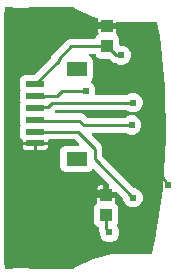
<source format=gbr>
G04 EAGLE Gerber X2 export*
%TF.Part,Single*%
%TF.FileFunction,Copper,L2,Bot,Mixed*%
%TF.FilePolarity,Positive*%
%TF.GenerationSoftware,Autodesk,EAGLE,9.0.0*%
%TF.CreationDate,2018-07-15T17:58:39Z*%
G75*
%MOMM*%
%FSLAX34Y34*%
%LPD*%
%AMOC8*
5,1,8,0,0,1.08239X$1,22.5*%
G01*
%ADD10R,1.000000X1.100000*%
%ADD11R,1.550000X0.600000*%
%ADD12R,1.800000X1.200000*%
%ADD13C,0.606400*%
%ADD14C,0.254000*%

G36*
X625611Y178742D02*
X625611Y178742D01*
X625696Y178742D01*
X625830Y178769D01*
X625841Y178771D01*
X625845Y178772D01*
X625854Y178774D01*
X631029Y180161D01*
X638971Y180161D01*
X644146Y178774D01*
X644231Y178762D01*
X644314Y178741D01*
X644450Y178732D01*
X644461Y178731D01*
X644466Y178731D01*
X644475Y178731D01*
X678636Y178731D01*
X678664Y178734D01*
X678691Y178732D01*
X678821Y178754D01*
X678951Y178771D01*
X678977Y178781D01*
X679005Y178786D01*
X679125Y178839D01*
X679247Y178888D01*
X679270Y178904D01*
X679295Y178915D01*
X679427Y179008D01*
X681756Y180865D01*
X696259Y187849D01*
X711952Y191431D01*
X744820Y191431D01*
X744958Y191448D01*
X745097Y191461D01*
X745115Y191468D01*
X745135Y191471D01*
X745265Y191522D01*
X745396Y191569D01*
X745412Y191580D01*
X745431Y191588D01*
X745544Y191670D01*
X745659Y191748D01*
X745672Y191763D01*
X745688Y191774D01*
X745777Y191882D01*
X745869Y191986D01*
X745878Y192004D01*
X745891Y192019D01*
X745950Y192145D01*
X746014Y192270D01*
X746022Y192296D01*
X746027Y192307D01*
X746030Y192327D01*
X746059Y192424D01*
X748605Y203862D01*
X748607Y203883D01*
X748621Y203944D01*
X755237Y246675D01*
X755238Y246697D01*
X755250Y246785D01*
X758117Y289931D01*
X758115Y289952D01*
X758119Y290041D01*
X757215Y333272D01*
X757212Y333294D01*
X757208Y333383D01*
X752540Y376370D01*
X752535Y376391D01*
X752528Y376453D01*
X750587Y387519D01*
X750584Y387528D01*
X750584Y387537D01*
X750537Y387680D01*
X750493Y387823D01*
X750488Y387831D01*
X750486Y387839D01*
X750405Y387966D01*
X750327Y388094D01*
X750320Y388101D01*
X750315Y388108D01*
X750206Y388211D01*
X750098Y388315D01*
X750090Y388320D01*
X750084Y388326D01*
X749953Y388398D01*
X749822Y388473D01*
X749813Y388475D01*
X749805Y388480D01*
X749661Y388517D01*
X749515Y388557D01*
X749506Y388557D01*
X749497Y388559D01*
X749337Y388569D01*
X717110Y388569D01*
X716992Y388554D01*
X716873Y388547D01*
X716835Y388534D01*
X716794Y388529D01*
X716684Y388486D01*
X716571Y388449D01*
X716536Y388427D01*
X716499Y388412D01*
X716403Y388343D01*
X716302Y388279D01*
X716274Y388249D01*
X716241Y388226D01*
X716165Y388134D01*
X716084Y388047D01*
X716064Y388012D01*
X716039Y387981D01*
X715988Y387873D01*
X715930Y387769D01*
X715920Y387729D01*
X715903Y387693D01*
X715881Y387576D01*
X715851Y387461D01*
X715847Y387401D01*
X715843Y387381D01*
X715845Y387360D01*
X715841Y387300D01*
X715841Y387199D01*
X709530Y387199D01*
X709412Y387184D01*
X709293Y387177D01*
X709255Y387164D01*
X709215Y387159D01*
X709104Y387116D01*
X708991Y387079D01*
X708957Y387057D01*
X708919Y387042D01*
X708823Y386973D01*
X708722Y386909D01*
X708694Y386879D01*
X708662Y386856D01*
X708586Y386764D01*
X708504Y386677D01*
X708485Y386642D01*
X708459Y386611D01*
X708408Y386503D01*
X708351Y386399D01*
X708341Y386359D01*
X708323Y386323D01*
X708303Y386216D01*
X708299Y386246D01*
X708255Y386356D01*
X708219Y386469D01*
X708197Y386504D01*
X708182Y386541D01*
X708112Y386637D01*
X708049Y386738D01*
X708019Y386766D01*
X707995Y386799D01*
X707904Y386875D01*
X707817Y386956D01*
X707782Y386976D01*
X707750Y387001D01*
X707643Y387052D01*
X707538Y387110D01*
X707499Y387120D01*
X707463Y387137D01*
X707346Y387159D01*
X707230Y387189D01*
X707170Y387193D01*
X707150Y387197D01*
X707130Y387195D01*
X707070Y387199D01*
X700759Y387199D01*
X700759Y390112D01*
X700742Y390246D01*
X700730Y390382D01*
X700722Y390404D01*
X700719Y390427D01*
X700670Y390553D01*
X700624Y390682D01*
X700611Y390701D01*
X700602Y390723D01*
X700523Y390833D01*
X700447Y390946D01*
X700429Y390961D01*
X700416Y390980D01*
X700311Y391067D01*
X700209Y391157D01*
X700189Y391168D01*
X700171Y391183D01*
X700048Y391241D01*
X699927Y391303D01*
X699895Y391313D01*
X699883Y391319D01*
X699862Y391323D01*
X699772Y391349D01*
X696259Y392151D01*
X681756Y399135D01*
X679427Y400992D01*
X679403Y401007D01*
X679383Y401026D01*
X679268Y401089D01*
X679156Y401158D01*
X679129Y401166D01*
X679105Y401180D01*
X678977Y401212D01*
X678852Y401251D01*
X678824Y401252D01*
X678797Y401259D01*
X678636Y401269D01*
X644475Y401269D01*
X644389Y401259D01*
X644304Y401258D01*
X644170Y401231D01*
X644159Y401229D01*
X644155Y401228D01*
X644146Y401226D01*
X638971Y399839D01*
X631029Y399839D01*
X625854Y401226D01*
X625769Y401238D01*
X625686Y401259D01*
X625550Y401268D01*
X625539Y401269D01*
X625534Y401269D01*
X625525Y401269D01*
X622700Y401269D01*
X622582Y401254D01*
X622463Y401247D01*
X622425Y401234D01*
X622384Y401229D01*
X622274Y401186D01*
X622161Y401149D01*
X622126Y401127D01*
X622089Y401112D01*
X621993Y401043D01*
X621892Y400979D01*
X621864Y400949D01*
X621831Y400926D01*
X621755Y400834D01*
X621674Y400747D01*
X621654Y400712D01*
X621629Y400681D01*
X621578Y400573D01*
X621520Y400469D01*
X621510Y400429D01*
X621493Y400393D01*
X621471Y400276D01*
X621441Y400161D01*
X621437Y400101D01*
X621433Y400081D01*
X621435Y400060D01*
X621431Y400000D01*
X621431Y397726D01*
X621019Y396733D01*
X621017Y396724D01*
X621012Y396716D01*
X620975Y396571D01*
X620935Y396426D01*
X620935Y396417D01*
X620933Y396408D01*
X620923Y396247D01*
X620923Y183753D01*
X620924Y183743D01*
X620923Y183734D01*
X620944Y183585D01*
X620944Y183581D01*
X620945Y183571D01*
X620946Y183568D01*
X620963Y183437D01*
X620966Y183428D01*
X620967Y183419D01*
X621019Y183267D01*
X621431Y182274D01*
X621431Y180000D01*
X621446Y179882D01*
X621453Y179763D01*
X621466Y179725D01*
X621471Y179684D01*
X621514Y179574D01*
X621551Y179461D01*
X621573Y179426D01*
X621588Y179389D01*
X621657Y179293D01*
X621721Y179192D01*
X621751Y179164D01*
X621774Y179131D01*
X621866Y179056D01*
X621953Y178974D01*
X621988Y178954D01*
X622019Y178929D01*
X622127Y178878D01*
X622231Y178820D01*
X622271Y178810D01*
X622307Y178793D01*
X622424Y178771D01*
X622539Y178741D01*
X622599Y178737D01*
X622619Y178733D01*
X622640Y178735D01*
X622700Y178731D01*
X625525Y178731D01*
X625611Y178742D01*
G37*
%LPC*%
G36*
X728386Y231299D02*
X728386Y231299D01*
X725405Y232534D01*
X723122Y234816D01*
X721887Y237798D01*
X721887Y238017D01*
X721875Y238115D01*
X721872Y238214D01*
X721855Y238273D01*
X721847Y238333D01*
X721811Y238425D01*
X721783Y238520D01*
X721753Y238572D01*
X721730Y238628D01*
X721672Y238708D01*
X721622Y238794D01*
X721556Y238869D01*
X721544Y238886D01*
X721534Y238894D01*
X721516Y238915D01*
X716403Y244028D01*
X716324Y244088D01*
X716252Y244156D01*
X716199Y244185D01*
X716151Y244222D01*
X716060Y244262D01*
X715974Y244310D01*
X715915Y244325D01*
X715860Y244349D01*
X715762Y244364D01*
X715666Y244389D01*
X715566Y244395D01*
X715545Y244399D01*
X715533Y244397D01*
X715505Y244399D01*
X709799Y244399D01*
X709799Y250105D01*
X709787Y250203D01*
X709784Y250302D01*
X709767Y250361D01*
X709759Y250421D01*
X709723Y250513D01*
X709695Y250608D01*
X709665Y250660D01*
X709642Y250716D01*
X709584Y250796D01*
X709534Y250882D01*
X709468Y250957D01*
X709456Y250974D01*
X709446Y250982D01*
X709428Y251003D01*
X697130Y263300D01*
X697036Y263373D01*
X696947Y263452D01*
X696911Y263470D01*
X696879Y263495D01*
X696769Y263542D01*
X696664Y263596D01*
X696624Y263605D01*
X696587Y263621D01*
X696469Y263640D01*
X696353Y263666D01*
X696313Y263665D01*
X696273Y263671D01*
X696154Y263660D01*
X696035Y263656D01*
X695997Y263645D01*
X695956Y263641D01*
X695844Y263601D01*
X695730Y263568D01*
X695695Y263547D01*
X695657Y263534D01*
X695558Y263467D01*
X695456Y263406D01*
X695411Y263367D01*
X695394Y263355D01*
X695380Y263340D01*
X695335Y263300D01*
X694128Y262093D01*
X692261Y261319D01*
X672239Y261319D01*
X670372Y262093D01*
X668943Y263522D01*
X668169Y265389D01*
X668169Y279411D01*
X668943Y281278D01*
X670372Y282707D01*
X672239Y283481D01*
X683104Y283481D01*
X683241Y283498D01*
X683380Y283511D01*
X683399Y283518D01*
X683420Y283521D01*
X683548Y283572D01*
X683680Y283619D01*
X683696Y283630D01*
X683715Y283638D01*
X683828Y283719D01*
X683943Y283797D01*
X683956Y283813D01*
X683973Y283824D01*
X684061Y283932D01*
X684153Y284036D01*
X684162Y284054D01*
X684175Y284069D01*
X684235Y284195D01*
X684298Y284319D01*
X684302Y284339D01*
X684311Y284357D01*
X684337Y284493D01*
X684367Y284629D01*
X684367Y284650D01*
X684371Y284669D01*
X684362Y284808D01*
X684358Y284947D01*
X684352Y284967D01*
X684351Y284987D01*
X684308Y285119D01*
X684269Y285253D01*
X684259Y285270D01*
X684253Y285289D01*
X684179Y285407D01*
X684108Y285527D01*
X684089Y285548D01*
X684083Y285558D01*
X684068Y285572D01*
X684001Y285647D01*
X680971Y288678D01*
X680893Y288738D01*
X680821Y288806D01*
X680768Y288835D01*
X680720Y288872D01*
X680629Y288912D01*
X680543Y288960D01*
X680484Y288975D01*
X680428Y288999D01*
X680330Y289014D01*
X680235Y289039D01*
X680135Y289045D01*
X680114Y289049D01*
X680102Y289047D01*
X680074Y289049D01*
X659410Y289049D01*
X659312Y289037D01*
X659213Y289034D01*
X659155Y289017D01*
X659095Y289009D01*
X659003Y288973D01*
X658908Y288945D01*
X658855Y288915D01*
X658799Y288892D01*
X658719Y288834D01*
X658634Y288784D01*
X658558Y288718D01*
X658542Y288706D01*
X658534Y288696D01*
X658513Y288678D01*
X657962Y288127D01*
X657902Y288049D01*
X657834Y287977D01*
X657805Y287924D01*
X657768Y287876D01*
X657728Y287785D01*
X657680Y287698D01*
X657665Y287640D01*
X657641Y287584D01*
X657626Y287486D01*
X657601Y287390D01*
X657595Y287290D01*
X657591Y287270D01*
X657593Y287258D01*
X657591Y287230D01*
X657591Y286899D01*
X647530Y286899D01*
X647412Y286884D01*
X647293Y286877D01*
X647286Y286875D01*
X647230Y286889D01*
X647170Y286893D01*
X647150Y286897D01*
X647130Y286895D01*
X647070Y286899D01*
X637009Y286899D01*
X637009Y287230D01*
X636997Y287328D01*
X636994Y287427D01*
X636977Y287485D01*
X636969Y287545D01*
X636933Y287637D01*
X636905Y287732D01*
X636875Y287785D01*
X636852Y287841D01*
X636794Y287921D01*
X636744Y288006D01*
X636678Y288082D01*
X636666Y288098D01*
X636656Y288106D01*
X636638Y288127D01*
X635243Y289522D01*
X634469Y291389D01*
X634469Y299411D01*
X634678Y299914D01*
X634704Y300010D01*
X634739Y300102D01*
X634746Y300163D01*
X634762Y300221D01*
X634763Y300320D01*
X634774Y300419D01*
X634766Y300478D01*
X634767Y300539D01*
X634744Y300635D01*
X634730Y300733D01*
X634698Y300828D01*
X634693Y300848D01*
X634687Y300859D01*
X634678Y300886D01*
X634469Y301389D01*
X634469Y309411D01*
X634678Y309914D01*
X634704Y310010D01*
X634739Y310102D01*
X634746Y310163D01*
X634762Y310221D01*
X634763Y310320D01*
X634774Y310419D01*
X634766Y310478D01*
X634767Y310539D01*
X634744Y310635D01*
X634730Y310733D01*
X634698Y310828D01*
X634693Y310848D01*
X634687Y310859D01*
X634678Y310886D01*
X634469Y311389D01*
X634469Y319411D01*
X634678Y319914D01*
X634704Y320010D01*
X634739Y320102D01*
X634746Y320163D01*
X634762Y320221D01*
X634763Y320320D01*
X634774Y320419D01*
X634766Y320478D01*
X634767Y320539D01*
X634744Y320635D01*
X634730Y320733D01*
X634698Y320828D01*
X634693Y320848D01*
X634687Y320859D01*
X634678Y320886D01*
X634469Y321389D01*
X634469Y329411D01*
X634678Y329914D01*
X634704Y330010D01*
X634739Y330102D01*
X634746Y330163D01*
X634762Y330221D01*
X634763Y330320D01*
X634774Y330419D01*
X634766Y330478D01*
X634767Y330539D01*
X634744Y330635D01*
X634730Y330733D01*
X634698Y330828D01*
X634693Y330848D01*
X634687Y330859D01*
X634678Y330886D01*
X634469Y331389D01*
X634469Y339411D01*
X635243Y341278D01*
X636672Y342707D01*
X638539Y343481D01*
X645874Y343481D01*
X645972Y343493D01*
X646071Y343496D01*
X646129Y343513D01*
X646189Y343521D01*
X646281Y343557D01*
X646376Y343585D01*
X646429Y343615D01*
X646485Y343638D01*
X646565Y343696D01*
X646650Y343746D01*
X646726Y343812D01*
X646742Y343824D01*
X646750Y343834D01*
X646771Y343852D01*
X660178Y357259D01*
X660238Y357337D01*
X660306Y357409D01*
X660335Y357462D01*
X660372Y357510D01*
X660412Y357601D01*
X660460Y357688D01*
X660475Y357746D01*
X660499Y357802D01*
X660514Y357900D01*
X660539Y357996D01*
X660545Y358096D01*
X660549Y358116D01*
X660547Y358128D01*
X660549Y358156D01*
X660549Y358294D01*
X661516Y360628D01*
X673972Y373084D01*
X676306Y374051D01*
X697305Y374051D01*
X697334Y374054D01*
X697364Y374052D01*
X697492Y374074D01*
X697620Y374091D01*
X697648Y374101D01*
X697677Y374106D01*
X697796Y374160D01*
X697916Y374208D01*
X697940Y374225D01*
X697967Y374237D01*
X698068Y374318D01*
X698174Y374394D01*
X698192Y374417D01*
X698215Y374436D01*
X698294Y374539D01*
X698376Y374639D01*
X698389Y374666D01*
X698407Y374690D01*
X698478Y374834D01*
X698993Y376078D01*
X700457Y377542D01*
X700522Y377626D01*
X700593Y377704D01*
X700619Y377751D01*
X700652Y377793D01*
X700694Y377890D01*
X700744Y377984D01*
X700757Y378036D01*
X700778Y378085D01*
X700795Y378190D01*
X700820Y378292D01*
X700820Y378346D01*
X700828Y378399D01*
X700818Y378505D01*
X700817Y378610D01*
X700800Y378694D01*
X700798Y378716D01*
X700793Y378731D01*
X700785Y378768D01*
X700759Y378866D01*
X700759Y382201D01*
X707070Y382201D01*
X707188Y382216D01*
X707307Y382223D01*
X707345Y382235D01*
X707385Y382241D01*
X707496Y382284D01*
X707609Y382321D01*
X707643Y382343D01*
X707681Y382358D01*
X707777Y382427D01*
X707878Y382491D01*
X707906Y382521D01*
X707938Y382544D01*
X708014Y382636D01*
X708096Y382723D01*
X708115Y382758D01*
X708141Y382789D01*
X708192Y382897D01*
X708249Y383001D01*
X708259Y383041D01*
X708277Y383077D01*
X708297Y383184D01*
X708301Y383154D01*
X708345Y383044D01*
X708381Y382931D01*
X708403Y382896D01*
X708418Y382859D01*
X708488Y382762D01*
X708551Y382662D01*
X708581Y382634D01*
X708605Y382601D01*
X708696Y382525D01*
X708783Y382444D01*
X708818Y382424D01*
X708850Y382399D01*
X708957Y382348D01*
X709062Y382290D01*
X709101Y382280D01*
X709137Y382263D01*
X709254Y382241D01*
X709370Y382211D01*
X709430Y382207D01*
X709450Y382203D01*
X709470Y382205D01*
X709530Y382201D01*
X715841Y382201D01*
X715841Y378866D01*
X715815Y378768D01*
X715800Y378663D01*
X715777Y378560D01*
X715779Y378507D01*
X715771Y378453D01*
X715784Y378348D01*
X715787Y378242D01*
X715802Y378191D01*
X715808Y378137D01*
X715846Y378038D01*
X715875Y377937D01*
X715902Y377891D01*
X715922Y377840D01*
X715983Y377754D01*
X716037Y377663D01*
X716093Y377599D01*
X716106Y377581D01*
X716118Y377571D01*
X716143Y377542D01*
X717607Y376078D01*
X718381Y374211D01*
X718381Y369382D01*
X718396Y369264D01*
X718403Y369145D01*
X718416Y369107D01*
X718421Y369066D01*
X718464Y368956D01*
X718501Y368843D01*
X718523Y368808D01*
X718538Y368771D01*
X718607Y368675D01*
X718671Y368574D01*
X718701Y368546D01*
X718724Y368513D01*
X718816Y368437D01*
X718903Y368356D01*
X718938Y368336D01*
X718969Y368311D01*
X719077Y368260D01*
X719181Y368202D01*
X719221Y368192D01*
X719257Y368175D01*
X719374Y368153D01*
X719489Y368123D01*
X719549Y368119D01*
X719569Y368115D01*
X719590Y368117D01*
X719650Y368113D01*
X721614Y368113D01*
X724595Y366878D01*
X726878Y364595D01*
X728113Y361614D01*
X728113Y358386D01*
X726878Y355405D01*
X724595Y353122D01*
X721614Y351887D01*
X718386Y351887D01*
X715405Y353122D01*
X715156Y353371D01*
X715148Y353377D01*
X715143Y353384D01*
X715023Y353474D01*
X714904Y353566D01*
X714896Y353570D01*
X714888Y353575D01*
X714744Y353646D01*
X712403Y354616D01*
X710271Y356748D01*
X710193Y356808D01*
X710121Y356876D01*
X710068Y356905D01*
X710020Y356942D01*
X709929Y356982D01*
X709842Y357030D01*
X709784Y357045D01*
X709728Y357069D01*
X709630Y357084D01*
X709534Y357109D01*
X709434Y357115D01*
X709414Y357119D01*
X709402Y357117D01*
X709374Y357119D01*
X702289Y357119D01*
X700422Y357893D01*
X698993Y359322D01*
X698478Y360566D01*
X698463Y360591D01*
X698454Y360619D01*
X698384Y360729D01*
X698320Y360842D01*
X698300Y360863D01*
X698284Y360888D01*
X698189Y360977D01*
X698099Y361070D01*
X698074Y361086D01*
X698052Y361106D01*
X697938Y361169D01*
X697828Y361237D01*
X697799Y361245D01*
X697774Y361260D01*
X697648Y361292D01*
X697524Y361330D01*
X697494Y361332D01*
X697466Y361339D01*
X697305Y361349D01*
X694131Y361349D01*
X694061Y361341D01*
X693991Y361342D01*
X693904Y361321D01*
X693815Y361309D01*
X693750Y361284D01*
X693682Y361267D01*
X693603Y361225D01*
X693519Y361192D01*
X693463Y361151D01*
X693401Y361119D01*
X693335Y361058D01*
X693262Y361006D01*
X693217Y360952D01*
X693166Y360905D01*
X693116Y360830D01*
X693059Y360761D01*
X693029Y360697D01*
X692991Y360639D01*
X692962Y360554D01*
X692924Y360473D01*
X692911Y360404D01*
X692888Y360338D01*
X692881Y360249D01*
X692864Y360161D01*
X692868Y360091D01*
X692863Y360021D01*
X692878Y359933D01*
X692884Y359843D01*
X692905Y359777D01*
X692917Y359708D01*
X692954Y359626D01*
X692982Y359541D01*
X693019Y359482D01*
X693048Y359418D01*
X693104Y359348D01*
X693152Y359272D01*
X693203Y359224D01*
X693246Y359170D01*
X693318Y359116D01*
X693383Y359054D01*
X693445Y359020D01*
X693500Y358978D01*
X693645Y358907D01*
X694128Y358707D01*
X695557Y357278D01*
X696331Y355411D01*
X696331Y341389D01*
X695557Y339522D01*
X694652Y338616D01*
X694579Y338523D01*
X694500Y338433D01*
X694482Y338397D01*
X694457Y338365D01*
X694409Y338256D01*
X694355Y338150D01*
X694346Y338110D01*
X694330Y338073D01*
X694312Y337956D01*
X694286Y337840D01*
X694287Y337799D01*
X694281Y337759D01*
X694292Y337641D01*
X694295Y337522D01*
X694307Y337483D01*
X694310Y337443D01*
X694351Y337330D01*
X694384Y337216D01*
X694404Y337181D01*
X694418Y337143D01*
X694485Y337045D01*
X694545Y336942D01*
X694585Y336897D01*
X694597Y336880D01*
X694612Y336867D01*
X694652Y336821D01*
X696878Y334595D01*
X698113Y331614D01*
X698113Y328386D01*
X697997Y328106D01*
X697983Y328058D01*
X697962Y328013D01*
X697942Y327905D01*
X697913Y327799D01*
X697912Y327749D01*
X697902Y327700D01*
X697909Y327591D01*
X697908Y327481D01*
X697919Y327433D01*
X697922Y327383D01*
X697956Y327279D01*
X697982Y327172D01*
X698005Y327128D01*
X698020Y327081D01*
X698079Y326988D01*
X698130Y326891D01*
X698164Y326854D01*
X698190Y326812D01*
X698271Y326736D01*
X698344Y326655D01*
X698386Y326628D01*
X698422Y326594D01*
X698518Y326541D01*
X698610Y326481D01*
X698657Y326464D01*
X698701Y326440D01*
X698807Y326413D01*
X698911Y326377D01*
X698960Y326373D01*
X699008Y326361D01*
X699169Y326351D01*
X724352Y326351D01*
X724450Y326363D01*
X724549Y326366D01*
X724607Y326383D01*
X724667Y326391D01*
X724759Y326427D01*
X724855Y326455D01*
X724907Y326485D01*
X724963Y326508D01*
X725043Y326566D01*
X725128Y326616D01*
X725204Y326682D01*
X725220Y326694D01*
X725228Y326704D01*
X725249Y326722D01*
X725405Y326878D01*
X728386Y328113D01*
X731614Y328113D01*
X734595Y326878D01*
X736878Y324595D01*
X738113Y321614D01*
X738113Y318386D01*
X736878Y315405D01*
X734595Y313122D01*
X731614Y311887D01*
X728386Y311887D01*
X725405Y313122D01*
X725249Y313278D01*
X725171Y313338D01*
X725099Y313406D01*
X725046Y313435D01*
X724998Y313472D01*
X724907Y313512D01*
X724820Y313560D01*
X724762Y313575D01*
X724706Y313599D01*
X724608Y313614D01*
X724513Y313639D01*
X724412Y313645D01*
X724392Y313649D01*
X724380Y313647D01*
X724352Y313649D01*
X664787Y313649D01*
X664689Y313637D01*
X664591Y313634D01*
X664532Y313617D01*
X664471Y313609D01*
X664380Y313573D01*
X664286Y313546D01*
X664233Y313515D01*
X664175Y313492D01*
X664096Y313435D01*
X664011Y313385D01*
X663934Y313317D01*
X663918Y313306D01*
X663912Y313299D01*
X663908Y313296D01*
X663904Y313291D01*
X663890Y313279D01*
X663880Y313269D01*
X663795Y313159D01*
X663705Y313051D01*
X663697Y313033D01*
X663685Y313018D01*
X663629Y312889D01*
X663570Y312763D01*
X663566Y312744D01*
X663558Y312726D01*
X663536Y312588D01*
X663510Y312450D01*
X663511Y312431D01*
X663508Y312412D01*
X663521Y312273D01*
X663530Y312133D01*
X663536Y312115D01*
X663537Y312096D01*
X663584Y311964D01*
X663628Y311831D01*
X663638Y311814D01*
X663644Y311796D01*
X663723Y311680D01*
X663798Y311562D01*
X663812Y311549D01*
X663823Y311533D01*
X663927Y311440D01*
X664029Y311344D01*
X664046Y311335D01*
X664061Y311322D01*
X664185Y311258D01*
X664308Y311190D01*
X664326Y311186D01*
X664344Y311177D01*
X664481Y311146D01*
X664616Y311111D01*
X664642Y311109D01*
X664654Y311107D01*
X664674Y311107D01*
X664777Y311101D01*
X685920Y311101D01*
X688254Y310134D01*
X690679Y307709D01*
X690758Y307648D01*
X690830Y307580D01*
X690883Y307551D01*
X690931Y307514D01*
X691022Y307474D01*
X691108Y307426D01*
X691167Y307411D01*
X691222Y307387D01*
X691320Y307372D01*
X691416Y307347D01*
X691516Y307341D01*
X691537Y307337D01*
X691549Y307339D01*
X691577Y307337D01*
X723366Y307337D01*
X723464Y307349D01*
X723563Y307352D01*
X723621Y307369D01*
X723681Y307377D01*
X723773Y307413D01*
X723868Y307441D01*
X723921Y307471D01*
X723977Y307494D01*
X724057Y307552D01*
X724142Y307602D01*
X724218Y307669D01*
X724234Y307681D01*
X724242Y307690D01*
X724263Y307709D01*
X724418Y307864D01*
X727400Y309099D01*
X730628Y309099D01*
X733609Y307864D01*
X735892Y305582D01*
X737127Y302600D01*
X737127Y299372D01*
X735892Y296391D01*
X733609Y294108D01*
X730628Y292873D01*
X727400Y292873D01*
X724418Y294108D01*
X724263Y294264D01*
X724185Y294324D01*
X724113Y294392D01*
X724060Y294421D01*
X724012Y294459D01*
X723921Y294498D01*
X723834Y294546D01*
X723776Y294561D01*
X723720Y294585D01*
X723622Y294600D01*
X723526Y294625D01*
X723426Y294631D01*
X723406Y294635D01*
X723394Y294634D01*
X723366Y294635D01*
X696040Y294635D01*
X695903Y294618D01*
X695764Y294605D01*
X695745Y294598D01*
X695725Y294595D01*
X695596Y294544D01*
X695465Y294497D01*
X695448Y294486D01*
X695429Y294478D01*
X695317Y294397D01*
X695202Y294319D01*
X695188Y294303D01*
X695172Y294292D01*
X695083Y294185D01*
X694991Y294080D01*
X694982Y294062D01*
X694969Y294047D01*
X694910Y293921D01*
X694847Y293797D01*
X694842Y293777D01*
X694834Y293759D01*
X694807Y293623D01*
X694777Y293487D01*
X694778Y293466D01*
X694774Y293447D01*
X694782Y293308D01*
X694787Y293169D01*
X694792Y293149D01*
X694794Y293129D01*
X694836Y292997D01*
X694875Y292863D01*
X694885Y292846D01*
X694892Y292827D01*
X694966Y292709D01*
X695037Y292589D01*
X695055Y292568D01*
X695062Y292558D01*
X695077Y292544D01*
X695143Y292469D01*
X702984Y284628D01*
X703951Y282294D01*
X703951Y274968D01*
X703963Y274870D01*
X703966Y274771D01*
X703983Y274712D01*
X703991Y274652D01*
X704027Y274560D01*
X704055Y274465D01*
X704085Y274413D01*
X704108Y274357D01*
X704166Y274277D01*
X704216Y274191D01*
X704282Y274116D01*
X704294Y274099D01*
X704304Y274092D01*
X704322Y274070D01*
X730497Y247896D01*
X730575Y247835D01*
X730647Y247767D01*
X730700Y247738D01*
X730748Y247701D01*
X730839Y247662D01*
X730926Y247614D01*
X730984Y247599D01*
X731040Y247575D01*
X731138Y247559D01*
X731234Y247534D01*
X731334Y247528D01*
X731354Y247525D01*
X731366Y247526D01*
X731394Y247524D01*
X731614Y247524D01*
X734595Y246289D01*
X736878Y244007D01*
X738113Y241025D01*
X738113Y237798D01*
X736878Y234816D01*
X734595Y232534D01*
X731614Y231299D01*
X728386Y231299D01*
G37*
%LPD*%
%LPC*%
G36*
X708386Y201887D02*
X708386Y201887D01*
X705405Y203122D01*
X703122Y205405D01*
X701887Y208386D01*
X701887Y208920D01*
X701886Y208929D01*
X701887Y208938D01*
X701866Y209087D01*
X701847Y209235D01*
X701844Y209244D01*
X701843Y209253D01*
X701791Y209405D01*
X700949Y211437D01*
X700949Y213612D01*
X700946Y213641D01*
X700948Y213671D01*
X700926Y213799D01*
X700909Y213928D01*
X700899Y213955D01*
X700894Y213984D01*
X700840Y214103D01*
X700792Y214223D01*
X700775Y214247D01*
X700763Y214274D01*
X700682Y214376D01*
X700606Y214481D01*
X700583Y214500D01*
X700564Y214523D01*
X700461Y214600D01*
X700361Y214683D01*
X700334Y214696D01*
X700310Y214714D01*
X700166Y214785D01*
X699422Y215093D01*
X697993Y216522D01*
X697219Y218389D01*
X697219Y231411D01*
X697993Y233278D01*
X699457Y234742D01*
X699522Y234826D01*
X699593Y234904D01*
X699619Y234951D01*
X699652Y234993D01*
X699694Y235090D01*
X699744Y235184D01*
X699757Y235236D01*
X699778Y235285D01*
X699795Y235390D01*
X699820Y235492D01*
X699820Y235546D01*
X699828Y235599D01*
X699818Y235705D01*
X699817Y235810D01*
X699800Y235894D01*
X699798Y235916D01*
X699793Y235931D01*
X699785Y235968D01*
X699759Y236066D01*
X699759Y239401D01*
X706070Y239401D01*
X706188Y239416D01*
X706307Y239423D01*
X706345Y239435D01*
X706385Y239441D01*
X706496Y239484D01*
X706609Y239521D01*
X706643Y239543D01*
X706681Y239558D01*
X706777Y239627D01*
X706878Y239691D01*
X706906Y239721D01*
X706938Y239744D01*
X707014Y239836D01*
X707096Y239923D01*
X707115Y239958D01*
X707141Y239989D01*
X707192Y240097D01*
X707249Y240201D01*
X707259Y240241D01*
X707277Y240277D01*
X707297Y240384D01*
X707301Y240354D01*
X707345Y240243D01*
X707381Y240131D01*
X707403Y240096D01*
X707418Y240059D01*
X707488Y239962D01*
X707551Y239862D01*
X707581Y239834D01*
X707605Y239801D01*
X707696Y239725D01*
X707783Y239644D01*
X707818Y239624D01*
X707850Y239599D01*
X707957Y239548D01*
X708062Y239490D01*
X708101Y239480D01*
X708137Y239463D01*
X708254Y239441D01*
X708370Y239411D01*
X708430Y239407D01*
X708450Y239403D01*
X708470Y239405D01*
X708530Y239401D01*
X714841Y239401D01*
X714841Y236066D01*
X714815Y235968D01*
X714800Y235863D01*
X714777Y235760D01*
X714779Y235707D01*
X714771Y235653D01*
X714784Y235548D01*
X714787Y235442D01*
X714802Y235391D01*
X714808Y235337D01*
X714846Y235238D01*
X714875Y235137D01*
X714902Y235091D01*
X714922Y235040D01*
X714983Y234954D01*
X715037Y234863D01*
X715093Y234799D01*
X715106Y234781D01*
X715118Y234771D01*
X715143Y234742D01*
X716607Y233278D01*
X717381Y231411D01*
X717381Y218389D01*
X716591Y216483D01*
X716525Y216408D01*
X716507Y216372D01*
X716482Y216340D01*
X716435Y216231D01*
X716380Y216125D01*
X716371Y216085D01*
X716355Y216048D01*
X716337Y215931D01*
X716311Y215815D01*
X716312Y215774D01*
X716306Y215734D01*
X716317Y215616D01*
X716320Y215497D01*
X716332Y215458D01*
X716335Y215418D01*
X716376Y215306D01*
X716409Y215191D01*
X716429Y215156D01*
X716443Y215118D01*
X716510Y215020D01*
X716570Y214917D01*
X716610Y214872D01*
X716621Y214855D01*
X716637Y214842D01*
X716677Y214796D01*
X716878Y214595D01*
X718113Y211614D01*
X718113Y208386D01*
X716878Y205405D01*
X714595Y203122D01*
X711614Y201887D01*
X708386Y201887D01*
G37*
%LPD*%
%LPC*%
G36*
X648799Y279859D02*
X648799Y279859D01*
X648799Y283901D01*
X657591Y283901D01*
X657591Y282066D01*
X657418Y281419D01*
X657083Y280840D01*
X656610Y280367D01*
X656031Y280032D01*
X655384Y279859D01*
X648799Y279859D01*
G37*
%LPD*%
%LPC*%
G36*
X639216Y279859D02*
X639216Y279859D01*
X638569Y280032D01*
X637990Y280367D01*
X637517Y280840D01*
X637182Y281419D01*
X637009Y282066D01*
X637009Y283901D01*
X645801Y283901D01*
X645801Y279859D01*
X639216Y279859D01*
G37*
%LPD*%
%LPC*%
G36*
X699759Y244399D02*
X699759Y244399D01*
X699759Y247734D01*
X699932Y248381D01*
X700267Y248960D01*
X700740Y249433D01*
X701319Y249768D01*
X701966Y249941D01*
X704801Y249941D01*
X704801Y244399D01*
X699759Y244399D01*
G37*
%LPD*%
D10*
X707300Y224900D03*
X707300Y241900D03*
X708300Y367700D03*
X708300Y384700D03*
D11*
X647300Y335400D03*
X647300Y325400D03*
X647300Y315400D03*
X647300Y305400D03*
X647300Y295400D03*
X647300Y285400D03*
D12*
X682250Y348400D03*
X682250Y272400D03*
D13*
X625000Y285000D03*
D14*
X625400Y285400D02*
X647300Y285400D01*
X625400Y285400D02*
X625000Y285000D01*
X708300Y384700D02*
X706954Y386046D01*
X700000Y386046D01*
D13*
X700000Y386046D03*
D14*
X690000Y250000D02*
X707300Y241900D01*
D13*
X690000Y250000D03*
X740000Y310000D03*
D14*
X755285Y256503D01*
X760000Y250000D01*
D13*
X760000Y250000D03*
D14*
X666900Y355000D02*
X647300Y335400D01*
X666900Y355000D02*
X666900Y357030D01*
X677570Y367700D01*
X708300Y367700D01*
X716000Y360000D01*
X720000Y360000D01*
D13*
X720000Y360000D03*
D14*
X707300Y224900D02*
X707300Y212700D01*
X710000Y210000D01*
D13*
X710000Y210000D03*
D14*
X647300Y315400D02*
X647950Y316050D01*
X657680Y316050D01*
X661630Y320000D02*
X730000Y320000D01*
X661630Y320000D02*
X657680Y316050D01*
D13*
X730000Y320000D03*
X729014Y300986D03*
D14*
X688421Y300986D01*
X647950Y304750D02*
X647300Y305400D01*
X684657Y304750D02*
X688421Y300986D01*
X684657Y304750D02*
X647950Y304750D01*
D13*
X730000Y239412D03*
D14*
X697600Y271812D02*
X697600Y281030D01*
X697600Y271812D02*
X730000Y239412D01*
X683230Y295400D02*
X647300Y295400D01*
X683230Y295400D02*
X697600Y281030D01*
D13*
X690000Y330000D03*
D14*
X670000Y330000D01*
X647700Y325000D02*
X647300Y325400D01*
X647700Y325000D02*
X655000Y325000D01*
X647300Y325400D02*
X665400Y325400D01*
X670000Y330000D01*
M02*

</source>
